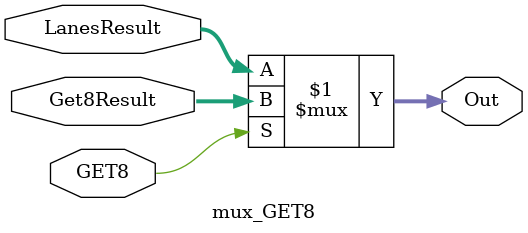
<source format=sv>
module mux_GET8 (input logic [63:0] LanesResult, Get8Result,
						input logic GET8,
						output logic [63:0] Out);
					
		assign Out = ( GET8 ) ? Get8Result : LanesResult;
 
endmodule 
</source>
